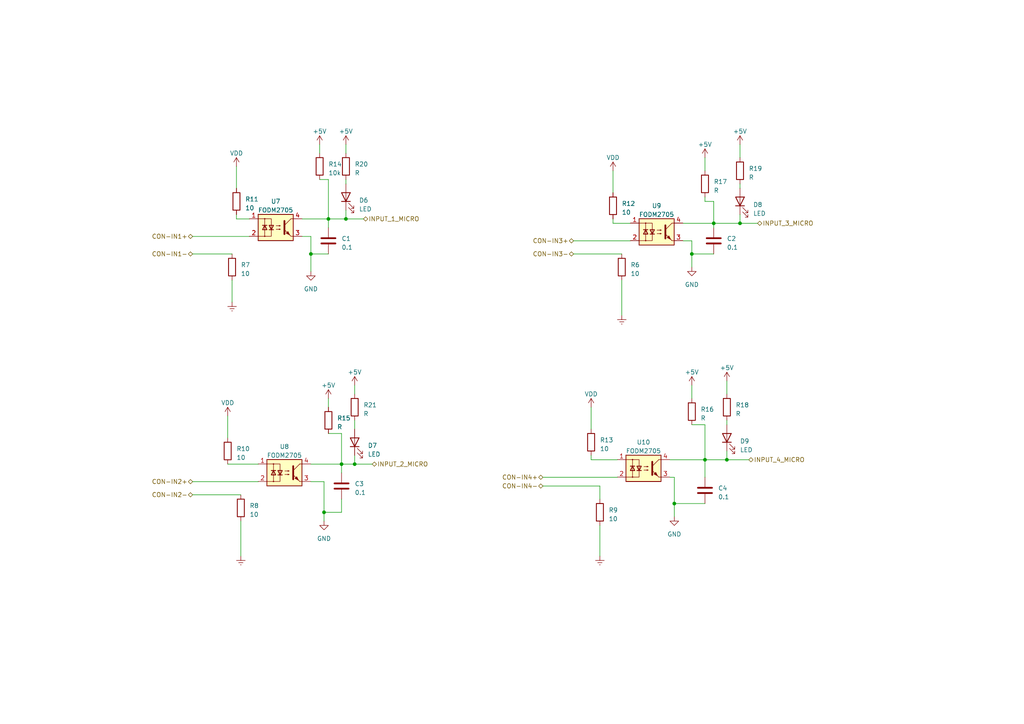
<source format=kicad_sch>
(kicad_sch (version 20230121) (generator eeschema)
  (paper "A4")
  (lib_symbols
    (symbol "Device:C" (pin_numbers hide) (pin_names (offset 0.254))
      (property "Reference" "C" (at 0.635 2.54 0))
      (property "Value" "C" (at 0.635 -2.54 0))
      (symbol "C_0_1"
        (polyline (pts (xy -2.032 -0.762) (xy 2.032 -0.762)) (stroke (width 0.508)))
        (polyline (pts (xy -2.032 0.762) (xy 2.032 0.762)) (stroke (width 0.508)))
      )
      (symbol "C_1_1"
        (pin passive line (at 0 3.81 270) (length 2.794) (name "~") (number "1"))
        (pin passive line (at 0 -3.81 90) (length 2.794) (name "~") (number "2"))
      )
    )
    (symbol "Device:LED" (pin_numbers hide) (pin_names (offset 1.016) hide)
      (property "Reference" "D" (at 0 2.54 0))
      (property "Value" "LED" (at 0 -2.54 0))
      (symbol "LED_0_1"
        (polyline (pts (xy -1.27 -1.27) (xy -1.27 1.27)) (stroke (width 0.254)))
        (polyline (pts (xy -1.27 0) (xy 1.27 0)))
        (polyline (pts (xy 1.27 -1.27) (xy 1.27 1.27) (xy -1.27 0) (xy 1.27 -1.27)) (stroke (width 0.254)))
        (polyline (pts (xy -3.048 -0.762) (xy -4.572 -2.286) (xy -3.81 -2.286) (xy -4.572 -2.286) (xy -4.572 -1.524)))
        (polyline (pts (xy -1.778 -0.762) (xy -3.302 -2.286) (xy -2.54 -2.286) (xy -3.302 -2.286) (xy -3.302 -1.524)))
      )
      (symbol "LED_1_1"
        (pin passive line (at -3.81 0 0) (length 2.54) (name "K") (number "1"))
        (pin passive line (at 3.81 0 180) (length 2.54) (name "A") (number "2"))
      )
    )
    (symbol "Device:R" (pin_numbers hide) (pin_names (offset 0))
      (property "Reference" "R" (at 2.032 0 90))
      (property "Value" "R" (at 0 0 90))
      (symbol "R_0_1"
        (rectangle (start -1.016 -2.54) (end 1.016 2.54) (stroke (width 0.254)))
      )
      (symbol "R_1_1"
        (pin passive line (at 0 3.81 270) (length 1.27) (name "~") (number "1"))
        (pin passive line (at 0 -3.81 90) (length 1.27) (name "~") (number "2"))
      )
    )
    (symbol "nuevo simbolos:FODM2705"
      (property "Reference" "U" (at 0 0 0))
      (property "Value" "FODM2705" (at 0 -1.8288 0))
      (symbol "FODM2705_0_1"
        (rectangle (start -5.1308 8.9408) (end 5.0292 1.3208) (stroke (width 0.254)) (fill (type background)))
        (circle (center -3.2258 2.5908) (radius 0.127))
        (circle (center -3.2258 7.6708) (radius 0.127))
        (polyline (pts (xy -3.8608 5.7658) (xy -2.5908 5.7658)) (stroke (width 0.254)))
        (polyline (pts (xy -3.2258 4.4958) (xy -3.2258 2.5908)))
        (polyline (pts (xy -3.2258 4.4958) (xy -3.2258 7.6708)))
        (polyline (pts (xy -1.9558 4.4958) (xy -0.6858 4.4958)) (stroke (width 0.254)))
        (polyline (pts (xy 2.4892 5.7658) (xy 4.3942 7.6708)))
        (polyline (pts (xy 4.3942 2.5908) (xy 2.4892 4.4958)) (fill (type outline)))
        (polyline (pts (xy 4.3942 2.5908) (xy 5.0292 2.5908)))
        (polyline (pts (xy 4.3942 7.6708) (xy 5.0292 7.6708)))
        (polyline (pts (xy -5.1308 7.6708) (xy -1.3208 7.6708) (xy -1.3208 4.4958)))
        (polyline (pts (xy -1.3208 4.4958) (xy -1.3208 2.5908) (xy -5.1308 2.5908)))
        (polyline (pts (xy 2.4892 7.0358) (xy 2.4892 3.2258) (xy 2.4892 3.2258)) (stroke (width 0.508)))
        (polyline (pts (xy -3.2258 5.7658) (xy -3.8608 4.4958) (xy -2.5908 4.4958) (xy -3.2258 5.7658)) (stroke (width 0.254)))
        (polyline (pts (xy -1.3208 4.4958) (xy -1.9558 5.7658) (xy -0.6858 5.7658) (xy -1.3208 4.4958)) (stroke (width 0.254)))
        (polyline (pts (xy 0.0762 4.6228) (xy 1.3462 4.6228) (xy 0.9652 4.4958) (xy 0.9652 4.7498) (xy 1.3462 4.6228)))
        (polyline (pts (xy 0.0762 5.6388) (xy 1.3462 5.6388) (xy 0.9652 5.5118) (xy 0.9652 5.7658) (xy 1.3462 5.6388)))
        (polyline (pts (xy 2.9972 3.4798) (xy 3.5052 3.9878) (xy 4.0132 2.9718) (xy 2.9972 3.4798) (xy 2.9972 3.4798)) (fill (type outline)))
      )
      (symbol "FODM2705_1_1"
        (pin passive line (at -7.6708 7.6708 0) (length 2.54) (name "~") (number "1"))
        (pin passive line (at -7.6708 2.5908 0) (length 2.54) (name "~") (number "2"))
        (pin passive line (at 7.5692 2.5908 180) (length 2.54) (name "~") (number "3"))
        (pin passive line (at 7.5692 7.6708 180) (length 2.54) (name "~") (number "4"))
      )
    )
    (symbol "power:+5V" (power) (pin_names (offset 0))
      (property "Value" "+5V" (at 0 3.556 0))
      (symbol "+5V_0_1"
        (polyline (pts (xy -0.762 1.27) (xy 0 2.54)))
        (polyline (pts (xy 0 0) (xy 0 2.54)))
        (polyline (pts (xy 0 2.54) (xy 0.762 1.27)))
      )
      (symbol "+5V_1_1"
        (pin power_in line (at 0 0 90) (length 0) hide (name "+5V") (number "1"))
      )
    )
    (symbol "power:Earth" (power) (pin_names (offset 0))
      (symbol "Earth_0_1"
        (polyline (pts (xy -0.635 -1.905) (xy 0.635 -1.905)))
        (polyline (pts (xy -0.127 -2.54) (xy 0.127 -2.54)))
        (polyline (pts (xy 0 -1.27) (xy 0 0)))
        (polyline (pts (xy 1.27 -1.27) (xy -1.27 -1.27)))
      )
      (symbol "Earth_1_1"
        (pin power_in line (at 0 0 270) (length 0) hide (name "Earth") (number "1"))
      )
    )
    (symbol "power:GND" (power) (pin_names (offset 0))
      (property "Value" "GND" (at 0 -3.81 0))
      (symbol "GND_0_1"
        (polyline (pts (xy 0 0) (xy 0 -1.27) (xy 1.27 -1.27) (xy 0 -2.54) (xy -1.27 -1.27) (xy 0 -1.27)))
      )
      (symbol "GND_1_1"
        (pin power_in line (at 0 0 270) (length 0) hide (name "GND") (number "1"))
      )
    )
    (symbol "power:VDD" (power) (pin_names (offset 0))
      (property "Value" "VDD" (at 0 3.81 0))
      (symbol "VDD_0_1"
        (polyline (pts (xy -0.762 1.27) (xy 0 2.54)))
        (polyline (pts (xy 0 0) (xy 0 2.54)))
        (polyline (pts (xy 0 2.54) (xy 0.762 1.27)))
      )
      (symbol "VDD_1_1"
        (pin power_in line (at 0 0 90) (length 0) hide (name "VDD") (number "1"))
      )
    )
  )
  (junction (at 214.63 64.77))
  (junction (at 102.87 134.62))
  (junction (at 200.66 73.66))
  (junction (at 210.82 133.35))
  (junction (at 195.58 146.05))
  (junction (at 100.33 63.5))
  (junction (at 95.25 63.5))
  (junction (at 90.17 73.66))
  (junction (at 93.98 148.59))
  (junction (at 204.47 133.35))
  (junction (at 99.06 134.62))
  (junction (at 207.01 64.77))
  (wire (pts (xy 177.8 64.77) (xy 177.8 63.5)))
  (wire (pts (xy 180.34 81.28) (xy 180.34 91.44)))
  (wire (pts (xy 102.87 111.76) (xy 102.87 114.3)))
  (wire (pts (xy 55.88 73.66) (xy 67.31 73.66)))
  (wire (pts (xy 204.47 57.15) (xy 204.47 58.42)))
  (wire (pts (xy 177.8 49.53) (xy 177.8 55.88)))
  (wire (pts (xy 100.33 60.96) (xy 100.33 63.5)))
  (wire (pts (xy 99.06 144.78) (xy 99.06 148.59)))
  (wire (pts (xy 93.98 148.59) (xy 93.98 151.13)))
  (wire (pts (xy 179.07 133.35) (xy 171.45 133.35)))
  (wire (pts (xy 214.63 62.23) (xy 214.63 64.77)))
  (wire (pts (xy 93.98 148.59) (xy 99.06 148.59)))
  (wire (pts (xy 95.25 125.73) (xy 99.06 125.73)))
  (wire (pts (xy 72.39 63.5) (xy 68.58 63.5)))
  (wire (pts (xy 100.33 52.07) (xy 100.33 53.34)))
  (wire (pts (xy 207.01 64.77) (xy 214.63 64.77)))
  (wire (pts (xy 100.33 41.91) (xy 100.33 44.45)))
  (wire (pts (xy 200.66 73.66) (xy 207.01 73.66)))
  (wire (pts (xy 200.66 123.19) (xy 204.47 123.19)))
  (wire (pts (xy 200.66 69.85) (xy 200.66 73.66)))
  (wire (pts (xy 68.58 48.26) (xy 68.58 54.61)))
  (wire (pts (xy 90.17 73.66) (xy 90.17 78.74)))
  (wire (pts (xy 173.99 140.97) (xy 157.48 140.97)))
  (wire (pts (xy 210.82 130.81) (xy 210.82 133.35)))
  (wire (pts (xy 200.66 111.76) (xy 200.66 115.57)))
  (wire (pts (xy 214.63 64.77) (xy 219.71 64.77)))
  (wire (pts (xy 69.85 151.13) (xy 69.85 161.29)))
  (wire (pts (xy 195.58 146.05) (xy 195.58 149.86)))
  (wire (pts (xy 55.88 143.51) (xy 69.85 143.51)))
  (wire (pts (xy 102.87 121.92) (xy 102.87 124.46)))
  (wire (pts (xy 102.87 132.08) (xy 102.87 134.62)))
  (wire (pts (xy 66.04 120.65) (xy 66.04 127)))
  (wire (pts (xy 90.17 73.66) (xy 95.25 73.66)))
  (wire (pts (xy 204.47 133.35) (xy 204.47 138.43)))
  (wire (pts (xy 194.31 133.35) (xy 204.47 133.35)))
  (wire (pts (xy 55.88 68.58) (xy 72.39 68.58)))
  (wire (pts (xy 93.98 139.7) (xy 93.98 148.59)))
  (wire (pts (xy 204.47 123.19) (xy 204.47 133.35)))
  (wire (pts (xy 66.04 134.62) (xy 74.93 134.62)))
  (wire (pts (xy 102.87 134.62) (xy 107.95 134.62)))
  (wire (pts (xy 87.63 63.5) (xy 95.25 63.5)))
  (wire (pts (xy 194.31 138.43) (xy 195.58 138.43)))
  (wire (pts (xy 210.82 121.92) (xy 210.82 123.19)))
  (wire (pts (xy 95.25 52.07) (xy 95.25 63.5)))
  (wire (pts (xy 67.31 81.28) (xy 67.31 87.63)))
  (wire (pts (xy 95.25 63.5) (xy 100.33 63.5)))
  (wire (pts (xy 207.01 64.77) (xy 207.01 66.04)))
  (wire (pts (xy 166.37 69.85) (xy 182.88 69.85)))
  (wire (pts (xy 195.58 146.05) (xy 204.47 146.05)))
  (wire (pts (xy 204.47 45.72) (xy 204.47 49.53)))
  (wire (pts (xy 198.12 69.85) (xy 200.66 69.85)))
  (wire (pts (xy 157.48 138.43) (xy 179.07 138.43)))
  (wire (pts (xy 214.63 53.34) (xy 214.63 54.61)))
  (wire (pts (xy 87.63 68.58) (xy 90.17 68.58)))
  (wire (pts (xy 95.25 115.57) (xy 95.25 118.11)))
  (wire (pts (xy 195.58 138.43) (xy 195.58 146.05)))
  (wire (pts (xy 171.45 118.11) (xy 171.45 124.46)))
  (wire (pts (xy 95.25 63.5) (xy 95.25 66.04)))
  (wire (pts (xy 200.66 73.66) (xy 200.66 77.47)))
  (wire (pts (xy 204.47 58.42) (xy 207.01 58.42)))
  (wire (pts (xy 55.88 139.7) (xy 74.93 139.7)))
  (wire (pts (xy 99.06 134.62) (xy 99.06 137.16)))
  (wire (pts (xy 166.37 73.66) (xy 180.34 73.66)))
  (wire (pts (xy 173.99 144.78) (xy 173.99 140.97)))
  (wire (pts (xy 210.82 133.35) (xy 217.17 133.35)))
  (wire (pts (xy 92.71 41.91) (xy 92.71 44.45)))
  (wire (pts (xy 214.63 41.91) (xy 214.63 45.72)))
  (wire (pts (xy 204.47 133.35) (xy 210.82 133.35)))
  (wire (pts (xy 173.99 152.4) (xy 173.99 161.29)))
  (wire (pts (xy 68.58 63.5) (xy 68.58 62.23)))
  (wire (pts (xy 100.33 63.5) (xy 105.41 63.5)))
  (wire (pts (xy 90.17 134.62) (xy 99.06 134.62)))
  (wire (pts (xy 92.71 52.07) (xy 95.25 52.07)))
  (wire (pts (xy 90.17 68.58) (xy 90.17 73.66)))
  (wire (pts (xy 182.88 64.77) (xy 177.8 64.77)))
  (wire (pts (xy 171.45 133.35) (xy 171.45 132.08)))
  (wire (pts (xy 207.01 58.42) (xy 207.01 64.77)))
  (wire (pts (xy 99.06 125.73) (xy 99.06 134.62)))
  (wire (pts (xy 99.06 134.62) (xy 102.87 134.62)))
  (wire (pts (xy 90.17 139.7) (xy 93.98 139.7)))
  (wire (pts (xy 210.82 110.49) (xy 210.82 114.3)))
  (wire (pts (xy 198.12 64.77) (xy 207.01 64.77)))
  (hierarchical_label "CON-IN1+" (shape bidirectional) (at 55.88 68.58 180))
  (hierarchical_label "INPUT_2_MICRO" (shape bidirectional) (at 107.95 134.62 0))
  (hierarchical_label "INPUT_3_MICRO" (shape bidirectional) (at 219.71 64.77 0))
  (hierarchical_label "INPUT_4_MICRO" (shape bidirectional) (at 217.17 133.35 0))
  (hierarchical_label "INPUT_1_MICRO" (shape bidirectional) (at 105.41 63.5 0))
  (hierarchical_label "CON-IN4+" (shape bidirectional) (at 157.48 138.43 180))
  (hierarchical_label "CON-IN4-" (shape bidirectional) (at 157.48 140.97 180))
  (hierarchical_label "CON-IN2+" (shape bidirectional) (at 55.88 139.7 180))
  (hierarchical_label "CON-IN3-" (shape bidirectional) (at 166.37 73.66 180))
  (hierarchical_label "CON-IN3+" (shape bidirectional) (at 166.37 69.85 180))
  (hierarchical_label "CON-IN1-" (shape bidirectional) (at 55.88 73.66 180))
  (hierarchical_label "CON-IN2-" (shape bidirectional) (at 55.88 143.51 180))
  (symbol (lib_id "Device:R") (at 173.99 148.59 0) (unit 1)
    (property "Reference" "R9" (at 176.53 147.955 0) (effects (justify left)))
    (property "Value" "10" (at 176.53 150.495 0) (effects (justify left)))
  )
  (symbol (lib_id "Device:C") (at 95.25 69.85 0) (unit 1)
    (property "Reference" "C1" (at 99.06 69.215 0) (effects (justify left)))
    (property "Value" "0.1" (at 99.06 71.755 0) (effects (justify left)))
  )
  (symbol (lib_id "Device:C") (at 207.01 69.85 0) (unit 1)
    (property "Reference" "C2" (at 210.82 69.215 0) (effects (justify left)))
    (property "Value" "0.1" (at 210.82 71.755 0) (effects (justify left)))
  )
  (symbol (lib_id "nuevo simbolos:FODM2705") (at 80.01 71.12 0) (unit 1)
    (property "Reference" "U7" (at 79.9592 58.42 0))
    (property "Value" "FODM2705" (at 79.9592 60.96 0))
    (property "Footprint" "nuevo simbolo:FODM2705" (effects hide))
    (property "Datasheet" "https://pdf1.alldatasheet.com/datasheet-pdf/view/176509/FAIRCHILD/FODM2705.html" (effects hide))
  )
  (symbol (lib_id "Device:R") (at 214.63 49.53 0) (unit 1)
    (property "Reference" "R19" (at 217.17 48.895 0) (effects (justify left)))
    (property "Value" "R" (at 217.17 51.435 0) (effects (justify left)))
  )
  (symbol (lib_id "Device:LED") (at 214.63 58.42 90) (unit 1)
    (property "Reference" "D8" (at 218.44 59.3725 90) (effects (justify right)))
    (property "Value" "LED" (at 218.44 61.9125 90) (effects (justify right)))
  )
  (symbol (lib_id "power:+5V") (at 100.33 41.91 0) (unit 1)
    (property "Reference" "#PWR028" (effects hide))
    (property "Value" "+5V" (at 100.33 38.1 0))
  )
  (symbol (lib_id "power:+5V") (at 102.87 111.76 0) (unit 1)
    (property "Reference" "#PWR029" (effects hide))
    (property "Value" "+5V" (at 102.87 107.95 0))
  )
  (symbol (lib_id "Device:R") (at 92.71 48.26 0) (unit 1)
    (property "Reference" "R14" (at 95.25 47.625 0) (effects (justify left)))
    (property "Value" "10k" (at 95.25 50.165 0) (effects (justify left)))
  )
  (symbol (lib_id "power:VDD") (at 68.58 48.26 0) (unit 1)
    (property "Reference" "#PWR014" (effects hide))
    (property "Value" "VDD" (at 68.58 44.45 0))
  )
  (symbol (lib_id "power:VDD") (at 66.04 120.65 0) (unit 1)
    (property "Reference" "#PWR016" (effects hide))
    (property "Value" "VDD" (at 66.04 116.84 0))
  )
  (symbol (lib_id "power:+5V") (at 204.47 45.72 0) (unit 1)
    (property "Reference" "#PWR023" (effects hide))
    (property "Value" "+5V" (at 204.47 41.91 0))
  )
  (symbol (lib_id "power:GND") (at 200.66 77.47 0) (unit 1)
    (property "Reference" "#PWR019" (effects hide))
    (property "Value" "GND" (at 200.66 82.55 0))
  )
  (symbol (lib_id "Device:R") (at 180.34 77.47 0) (unit 1)
    (property "Reference" "R6" (at 182.88 76.835 0) (effects (justify left)))
    (property "Value" "10" (at 182.88 79.375 0) (effects (justify left)))
  )
  (symbol (lib_id "power:+5V") (at 210.82 110.49 0) (unit 1)
    (property "Reference" "#PWR026" (effects hide))
    (property "Value" "+5V" (at 210.82 106.68 0))
  )
  (symbol (lib_id "Device:R") (at 200.66 119.38 0) (unit 1)
    (property "Reference" "R16" (at 203.2 118.745 0) (effects (justify left)))
    (property "Value" "R" (at 203.2 121.285 0) (effects (justify left)))
  )
  (symbol (lib_id "power:GND") (at 195.58 149.86 0) (unit 1)
    (property "Reference" "#PWR020" (effects hide))
    (property "Value" "GND" (at 195.58 154.94 0))
  )
  (symbol (lib_id "power:+5V") (at 92.71 41.91 0) (unit 1)
    (property "Reference" "#PWR022" (effects hide))
    (property "Value" "+5V" (at 92.71 38.1 0))
  )
  (symbol (lib_id "power:GND") (at 93.98 151.13 0) (unit 1)
    (property "Reference" "#PWR021" (effects hide))
    (property "Value" "GND" (at 93.98 156.21 0))
  )
  (symbol (lib_id "Device:R") (at 67.31 77.47 0) (unit 1)
    (property "Reference" "R7" (at 69.85 76.835 0) (effects (justify left)))
    (property "Value" "10" (at 69.85 79.375 0) (effects (justify left)))
  )
  (symbol (lib_id "Device:R") (at 204.47 53.34 0) (unit 1)
    (property "Reference" "R17" (at 207.01 52.705 0) (effects (justify left)))
    (property "Value" "R" (at 207.01 55.245 0) (effects (justify left)))
  )
  (symbol (lib_id "power:Earth") (at 69.85 161.29 0) (unit 1)
    (property "Reference" "#PWR011" (effects hide))
    (property "Value" "Earth" (effects hide))
  )
  (symbol (lib_id "Device:R") (at 177.8 59.69 0) (unit 1)
    (property "Reference" "R12" (at 180.34 59.055 0) (effects (justify left)))
    (property "Value" "10" (at 180.34 61.595 0) (effects (justify left)))
  )
  (symbol (lib_id "Device:C") (at 99.06 140.97 0) (unit 1)
    (property "Reference" "C3" (at 102.87 140.335 0) (effects (justify left)))
    (property "Value" "0.1" (at 102.87 142.875 0) (effects (justify left)))
  )
  (symbol (lib_id "Device:R") (at 210.82 118.11 0) (unit 1)
    (property "Reference" "R18" (at 213.36 117.475 0) (effects (justify left)))
    (property "Value" "R" (at 213.36 120.015 0) (effects (justify left)))
  )
  (symbol (lib_id "power:VDD") (at 171.45 118.11 0) (unit 1)
    (property "Reference" "#PWR017" (effects hide))
    (property "Value" "VDD" (at 171.45 114.3 0))
  )
  (symbol (lib_id "Device:R") (at 171.45 128.27 0) (unit 1)
    (property "Reference" "R13" (at 173.99 127.635 0) (effects (justify left)))
    (property "Value" "10" (at 173.99 130.175 0) (effects (justify left)))
  )
  (symbol (lib_id "power:Earth") (at 67.31 87.63 0) (unit 1)
    (property "Reference" "#PWR010" (effects hide))
    (property "Value" "Earth" (effects hide))
  )
  (symbol (lib_id "power:GND") (at 90.17 78.74 0) (unit 1)
    (property "Reference" "#PWR018" (effects hide))
    (property "Value" "GND" (at 90.17 83.82 0))
  )
  (symbol (lib_id "Device:C") (at 204.47 142.24 0) (unit 1)
    (property "Reference" "C4" (at 208.28 141.605 0) (effects (justify left)))
    (property "Value" "0.1" (at 208.28 144.145 0) (effects (justify left)))
  )
  (symbol (lib_id "Device:R") (at 100.33 48.26 0) (unit 1)
    (property "Reference" "R20" (at 102.87 47.625 0) (effects (justify left)))
    (property "Value" "R" (at 102.87 50.165 0) (effects (justify left)))
  )
  (symbol (lib_id "power:Earth") (at 173.99 161.29 0) (unit 1)
    (property "Reference" "#PWR012" (effects hide))
    (property "Value" "Earth" (effects hide))
  )
  (symbol (lib_id "nuevo simbolos:FODM2705") (at 190.5 72.39 0) (unit 1)
    (property "Reference" "U9" (at 190.4492 59.69 0))
    (property "Value" "FODM2705" (at 190.4492 62.23 0))
    (property "Footprint" "nuevo simbolo:FODM2705" (effects hide))
    (property "Datasheet" "https://pdf1.alldatasheet.com/datasheet-pdf/view/176509/FAIRCHILD/FODM2705.html" (effects hide))
  )
  (symbol (lib_id "power:+5V") (at 200.66 111.76 0) (unit 1)
    (property "Reference" "#PWR025" (effects hide))
    (property "Value" "+5V" (at 200.66 107.95 0))
  )
  (symbol (lib_id "nuevo simbolos:FODM2705") (at 82.55 142.24 0) (unit 1)
    (property "Reference" "U8" (at 82.4992 129.54 0))
    (property "Value" "FODM2705" (at 82.4992 132.08 0))
    (property "Footprint" "nuevo simbolo:FODM2705" (effects hide))
    (property "Datasheet" "https://pdf1.alldatasheet.com/datasheet-pdf/view/176509/FAIRCHILD/FODM2705.html" (effects hide))
  )
  (symbol (lib_id "Device:LED") (at 210.82 127 90) (unit 1)
    (property "Reference" "D9" (at 214.63 127.9525 90) (effects (justify right)))
    (property "Value" "LED" (at 214.63 130.4925 90) (effects (justify right)))
  )
  (symbol (lib_id "Device:R") (at 95.25 121.92 0) (unit 1)
    (property "Reference" "R15" (at 97.79 121.285 0) (effects (justify left)))
    (property "Value" "R" (at 97.79 123.825 0) (effects (justify left)))
  )
  (symbol (lib_id "Device:R") (at 68.58 58.42 0) (unit 1)
    (property "Reference" "R11" (at 71.12 57.785 0) (effects (justify left)))
    (property "Value" "10" (at 71.12 60.325 0) (effects (justify left)))
  )
  (symbol (lib_id "power:VDD") (at 177.8 49.53 0) (unit 1)
    (property "Reference" "#PWR015" (effects hide))
    (property "Value" "VDD" (at 177.8 45.72 0))
  )
  (symbol (lib_id "power:+5V") (at 214.63 41.91 0) (unit 1)
    (property "Reference" "#PWR027" (effects hide))
    (property "Value" "+5V" (at 214.63 38.1 0))
  )
  (symbol (lib_id "Device:R") (at 69.85 147.32 0) (unit 1)
    (property "Reference" "R8" (at 72.39 146.685 0) (effects (justify left)))
    (property "Value" "10" (at 72.39 149.225 0) (effects (justify left)))
  )
  (symbol (lib_id "Device:R") (at 66.04 130.81 0) (unit 1)
    (property "Reference" "R10" (at 68.58 130.175 0) (effects (justify left)))
    (property "Value" "10" (at 68.58 132.715 0) (effects (justify left)))
  )
  (symbol (lib_id "Device:LED") (at 102.87 128.27 90) (unit 1)
    (property "Reference" "D7" (at 106.68 129.2225 90) (effects (justify right)))
    (property "Value" "LED" (at 106.68 131.7625 90) (effects (justify right)))
  )
  (symbol (lib_id "power:Earth") (at 180.34 91.44 0) (unit 1)
    (property "Reference" "#PWR013" (effects hide))
    (property "Value" "Earth" (effects hide))
  )
  (symbol (lib_id "Device:LED") (at 100.33 57.15 90) (unit 1)
    (property "Reference" "D6" (at 104.14 58.1025 90) (effects (justify right)))
    (property "Value" "LED" (at 104.14 60.6425 90) (effects (justify right)))
  )
  (symbol (lib_id "power:+5V") (at 95.25 115.57 0) (unit 1)
    (property "Reference" "#PWR024" (effects hide))
    (property "Value" "+5V" (at 95.25 111.76 0))
  )
  (symbol (lib_id "nuevo simbolos:FODM2705") (at 186.69 140.97 0) (unit 1)
    (property "Reference" "U10" (at 186.6392 128.27 0))
    (property "Value" "FODM2705" (at 186.6392 130.81 0))
    (property "Footprint" "nuevo simbolo:FODM2705" (effects hide))
    (property "Datasheet" "https://pdf1.alldatasheet.com/datasheet-pdf/view/176509/FAIRCHILD/FODM2705.html" (effects hide))
  )
  (symbol (lib_id "Device:R") (at 102.87 118.11 0) (unit 1)
    (property "Reference" "R21" (at 105.41 117.475 0) (effects (justify left)))
    (property "Value" "R" (at 105.41 120.015 0) (effects (justify left)))
  )
)
</source>
